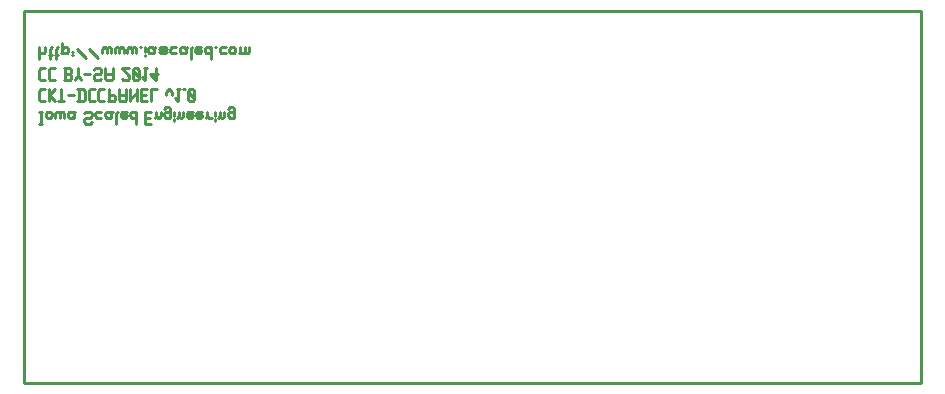
<source format=gbr>
G04 start of page 9 for group -4078 idx -4078 *
G04 Title: (unknown), bottomsilk *
G04 Creator: pcb 20110918 *
G04 CreationDate: Tue 30 Sep 2014 08:46:46 PM GMT UTC *
G04 For: ndholmes *
G04 Format: Gerber/RS-274X *
G04 PCB-Dimensions: 300000 125000 *
G04 PCB-Coordinate-Origin: lower left *
%MOIN*%
%FSLAX25Y25*%
%LNBOTTOMSILK*%
%ADD85C,0.0100*%
G54D85*X500Y500D02*X299500D01*
Y124500D01*
X500D01*
Y500D01*
X5500Y108500D02*Y112500D01*
Y111000D02*X6000Y110500D01*
X7000D01*
X7500Y111000D01*
Y112500D01*
X9200Y108500D02*Y112000D01*
X9700Y112500D01*
X8700Y110000D02*X9700D01*
X11200Y108500D02*Y112000D01*
X11700Y112500D01*
X10700Y110000D02*X11700D01*
X13200Y111000D02*Y114000D01*
X12700Y110500D02*X13200Y111000D01*
X13700Y110500D01*
X14700D01*
X15200Y111000D01*
Y112000D01*
X14700Y112500D02*X15200Y112000D01*
X13700Y112500D02*X14700D01*
X13200Y112000D02*X13700Y112500D01*
X16400Y110000D02*X16900D01*
X16400Y111000D02*X16900D01*
X18100Y112000D02*X21100Y109000D01*
X22300Y112000D02*X25300Y109000D01*
X26500Y110500D02*Y112000D01*
X27000Y112500D01*
X27500D01*
X28000Y112000D01*
Y110500D02*Y112000D01*
X28500Y112500D01*
X29000D01*
X29500Y112000D01*
Y110500D02*Y112000D01*
X30700Y110500D02*Y112000D01*
X31200Y112500D01*
X31700D01*
X32200Y112000D01*
Y110500D02*Y112000D01*
X32700Y112500D01*
X33200D01*
X33700Y112000D01*
Y110500D02*Y112000D01*
X34900Y110500D02*Y112000D01*
X35400Y112500D01*
X35900D01*
X36400Y112000D01*
Y110500D02*Y112000D01*
X36900Y112500D01*
X37400D01*
X37900Y112000D01*
Y110500D02*Y112000D01*
X39100Y112500D02*X39600D01*
X40800Y109500D02*Y110000D01*
Y111000D02*Y112500D01*
X43300Y110500D02*X43800Y111000D01*
X42300Y110500D02*X43300D01*
X41800Y111000D02*X42300Y110500D01*
X41800Y111000D02*Y112000D01*
X42300Y112500D01*
X43800Y110500D02*Y112000D01*
X44300Y112500D01*
X42300D02*X43300D01*
X43800Y112000D01*
X46000Y112500D02*X47500D01*
X48000Y112000D01*
X47500Y111500D02*X48000Y112000D01*
X46000Y111500D02*X47500D01*
X45500Y111000D02*X46000Y111500D01*
X45500Y111000D02*X46000Y110500D01*
X47500D01*
X48000Y111000D01*
X45500Y112000D02*X46000Y112500D01*
X49700Y110500D02*X51200D01*
X49200Y111000D02*X49700Y110500D01*
X49200Y111000D02*Y112000D01*
X49700Y112500D01*
X51200D01*
X53900Y110500D02*X54400Y111000D01*
X52900Y110500D02*X53900D01*
X52400Y111000D02*X52900Y110500D01*
X52400Y111000D02*Y112000D01*
X52900Y112500D01*
X54400Y110500D02*Y112000D01*
X54900Y112500D01*
X52900D02*X53900D01*
X54400Y112000D01*
X56100Y108500D02*Y112000D01*
X56600Y112500D01*
X58100D02*X59600D01*
X57600Y112000D02*X58100Y112500D01*
X57600Y111000D02*Y112000D01*
Y111000D02*X58100Y110500D01*
X59100D01*
X59600Y111000D01*
X57600Y111500D02*X59600D01*
Y111000D02*Y111500D01*
X62800Y108500D02*Y112500D01*
X62300D02*X62800Y112000D01*
X61300Y112500D02*X62300D01*
X60800Y112000D02*X61300Y112500D01*
X60800Y111000D02*Y112000D01*
Y111000D02*X61300Y110500D01*
X62300D01*
X62800Y111000D01*
X64000Y112500D02*X64500D01*
X66200Y110500D02*X67700D01*
X65700Y111000D02*X66200Y110500D01*
X65700Y111000D02*Y112000D01*
X66200Y112500D01*
X67700D01*
X68900Y111000D02*Y112000D01*
Y111000D02*X69400Y110500D01*
X70400D01*
X70900Y111000D01*
Y112000D01*
X70400Y112500D02*X70900Y112000D01*
X69400Y112500D02*X70400D01*
X68900Y112000D02*X69400Y112500D01*
X72600Y111000D02*Y112500D01*
Y111000D02*X73100Y110500D01*
X73600D01*
X74100Y111000D01*
Y112500D01*
Y111000D02*X74600Y110500D01*
X75100D01*
X75600Y111000D01*
Y112500D01*
X72100Y110500D02*X72600Y111000D01*
X5500Y87000D02*X6500D01*
X6000D02*Y91000D01*
X5500D02*X6500D01*
X7700Y89500D02*Y90500D01*
Y89500D02*X8200Y89000D01*
X9200D01*
X9700Y89500D01*
Y90500D01*
X9200Y91000D02*X9700Y90500D01*
X8200Y91000D02*X9200D01*
X7700Y90500D02*X8200Y91000D01*
X10900Y89000D02*Y90500D01*
X11400Y91000D01*
X11900D01*
X12400Y90500D01*
Y89000D02*Y90500D01*
X12900Y91000D01*
X13400D01*
X13900Y90500D01*
Y89000D02*Y90500D01*
X16600Y89000D02*X17100Y89500D01*
X15600Y89000D02*X16600D01*
X15100Y89500D02*X15600Y89000D01*
X15100Y89500D02*Y90500D01*
X15600Y91000D01*
X17100Y89000D02*Y90500D01*
X17600Y91000D01*
X15600D02*X16600D01*
X17100Y90500D01*
X22600Y87000D02*X23100Y87500D01*
X21100Y87000D02*X22600D01*
X20600Y87500D02*X21100Y87000D01*
X20600Y87500D02*Y88500D01*
X21100Y89000D01*
X22600D01*
X23100Y89500D01*
Y90500D01*
X22600Y91000D02*X23100Y90500D01*
X21100Y91000D02*X22600D01*
X20600Y90500D02*X21100Y91000D01*
X24800Y89000D02*X26300D01*
X24300Y89500D02*X24800Y89000D01*
X24300Y89500D02*Y90500D01*
X24800Y91000D01*
X26300D01*
X29000Y89000D02*X29500Y89500D01*
X28000Y89000D02*X29000D01*
X27500Y89500D02*X28000Y89000D01*
X27500Y89500D02*Y90500D01*
X28000Y91000D01*
X29500Y89000D02*Y90500D01*
X30000Y91000D01*
X28000D02*X29000D01*
X29500Y90500D01*
X31200Y87000D02*Y90500D01*
X31700Y91000D01*
X33200D02*X34700D01*
X32700Y90500D02*X33200Y91000D01*
X32700Y89500D02*Y90500D01*
Y89500D02*X33200Y89000D01*
X34200D01*
X34700Y89500D01*
X32700Y90000D02*X34700D01*
Y89500D02*Y90000D01*
X37900Y87000D02*Y91000D01*
X37400D02*X37900Y90500D01*
X36400Y91000D02*X37400D01*
X35900Y90500D02*X36400Y91000D01*
X35900Y89500D02*Y90500D01*
Y89500D02*X36400Y89000D01*
X37400D01*
X37900Y89500D01*
X40900Y89000D02*X42400D01*
X40900Y91000D02*X42900D01*
X40900Y87000D02*Y91000D01*
Y87000D02*X42900D01*
X44600Y89500D02*Y91000D01*
Y89500D02*X45100Y89000D01*
X45600D01*
X46100Y89500D01*
Y91000D01*
X44100Y89000D02*X44600Y89500D01*
X48800Y89000D02*X49300Y89500D01*
X47800Y89000D02*X48800D01*
X47300Y89500D02*X47800Y89000D01*
X47300Y89500D02*Y90500D01*
X47800Y91000D01*
X48800D01*
X49300Y90500D01*
X47300Y92000D02*X47800Y92500D01*
X48800D01*
X49300Y92000D01*
Y89000D02*Y92000D01*
X50500Y88000D02*Y88500D01*
Y89500D02*Y91000D01*
X52000Y89500D02*Y91000D01*
Y89500D02*X52500Y89000D01*
X53000D01*
X53500Y89500D01*
Y91000D01*
X51500Y89000D02*X52000Y89500D01*
X55200Y91000D02*X56700D01*
X54700Y90500D02*X55200Y91000D01*
X54700Y89500D02*Y90500D01*
Y89500D02*X55200Y89000D01*
X56200D01*
X56700Y89500D01*
X54700Y90000D02*X56700D01*
Y89500D02*Y90000D01*
X58400Y91000D02*X59900D01*
X57900Y90500D02*X58400Y91000D01*
X57900Y89500D02*Y90500D01*
Y89500D02*X58400Y89000D01*
X59400D01*
X59900Y89500D01*
X57900Y90000D02*X59900D01*
Y89500D02*Y90000D01*
X61600Y89500D02*Y91000D01*
Y89500D02*X62100Y89000D01*
X63100D01*
X61100D02*X61600Y89500D01*
X64300Y88000D02*Y88500D01*
Y89500D02*Y91000D01*
X65800Y89500D02*Y91000D01*
Y89500D02*X66300Y89000D01*
X66800D01*
X67300Y89500D01*
Y91000D01*
X65300Y89000D02*X65800Y89500D01*
X70000Y89000D02*X70500Y89500D01*
X69000Y89000D02*X70000D01*
X68500Y89500D02*X69000Y89000D01*
X68500Y89500D02*Y90500D01*
X69000Y91000D01*
X70000D01*
X70500Y90500D01*
X68500Y92000D02*X69000Y92500D01*
X70000D01*
X70500Y92000D01*
Y89000D02*Y92000D01*
X6000Y98500D02*X7500D01*
X5500Y98000D02*X6000Y98500D01*
X5500Y95000D02*Y98000D01*
Y95000D02*X6000Y94500D01*
X7500D01*
X8700D02*Y98500D01*
Y96500D02*X10700Y94500D01*
X8700Y96500D02*X10700Y98500D01*
X11900Y94500D02*X13900D01*
X12900D02*Y98500D01*
X15100Y96500D02*X17100D01*
X18800Y94500D02*Y98500D01*
X20300Y94500D02*X20800Y95000D01*
Y98000D01*
X20300Y98500D02*X20800Y98000D01*
X18300Y98500D02*X20300D01*
X18300Y94500D02*X20300D01*
X22500Y98500D02*X24000D01*
X22000Y98000D02*X22500Y98500D01*
X22000Y95000D02*Y98000D01*
Y95000D02*X22500Y94500D01*
X24000D01*
X25700Y98500D02*X27200D01*
X25200Y98000D02*X25700Y98500D01*
X25200Y95000D02*Y98000D01*
Y95000D02*X25700Y94500D01*
X27200D01*
X28900D02*Y98500D01*
X28400Y94500D02*X30400D01*
X30900Y95000D01*
Y96000D01*
X30400Y96500D02*X30900Y96000D01*
X28900Y96500D02*X30400D01*
X32100Y95000D02*Y98500D01*
Y95000D02*X32600Y94500D01*
X34100D01*
X34600Y95000D01*
Y98500D01*
X32100Y96500D02*X34600D01*
X35800Y94500D02*Y98500D01*
Y94500D02*Y95000D01*
X38300Y97500D01*
Y94500D02*Y98500D01*
X39500Y96500D02*X41000D01*
X39500Y98500D02*X41500D01*
X39500Y94500D02*Y98500D01*
Y94500D02*X41500D01*
X42700D02*Y98500D01*
X44700D01*
X47700Y96500D02*Y97500D01*
X48700Y98500D01*
X49700Y97500D01*
Y96500D02*Y97500D01*
X51400Y98500D02*X52400D01*
X51900Y94500D02*Y98500D01*
X50900Y95500D02*X51900Y94500D01*
X53600Y98500D02*X54100D01*
X55300Y98000D02*X55800Y98500D01*
X55300Y95000D02*Y98000D01*
Y95000D02*X55800Y94500D01*
X56800D01*
X57300Y95000D01*
Y98000D01*
X56800Y98500D02*X57300Y98000D01*
X55800Y98500D02*X56800D01*
X55300Y97500D02*X57300Y95500D01*
X6000Y105500D02*X7500D01*
X5500Y105000D02*X6000Y105500D01*
X5500Y102000D02*Y105000D01*
Y102000D02*X6000Y101500D01*
X7500D01*
X9200Y105500D02*X10700D01*
X8700Y105000D02*X9200Y105500D01*
X8700Y102000D02*Y105000D01*
Y102000D02*X9200Y101500D01*
X10700D01*
X13700Y105500D02*X15700D01*
X16200Y105000D01*
Y104000D02*Y105000D01*
X15700Y103500D02*X16200Y104000D01*
X14200Y103500D02*X15700D01*
X14200Y101500D02*Y105500D01*
X13700Y101500D02*X15700D01*
X16200Y102000D01*
Y103000D01*
X15700Y103500D02*X16200Y103000D01*
X17400Y101500D02*Y102000D01*
X18400Y103000D01*
X19400Y102000D01*
Y101500D02*Y102000D01*
X18400Y103000D02*Y105500D01*
X20600Y103500D02*X22600D01*
X25800Y101500D02*X26300Y102000D01*
X24300Y101500D02*X25800D01*
X23800Y102000D02*X24300Y101500D01*
X23800Y102000D02*Y103000D01*
X24300Y103500D01*
X25800D01*
X26300Y104000D01*
Y105000D01*
X25800Y105500D02*X26300Y105000D01*
X24300Y105500D02*X25800D01*
X23800Y105000D02*X24300Y105500D01*
X27500Y102000D02*Y105500D01*
Y102000D02*X28000Y101500D01*
X29500D01*
X30000Y102000D01*
Y105500D01*
X27500Y103500D02*X30000D01*
X33000Y102000D02*X33500Y101500D01*
X35000D01*
X35500Y102000D01*
Y103000D01*
X33000Y105500D02*X35500Y103000D01*
X33000Y105500D02*X35500D01*
X36700Y105000D02*X37200Y105500D01*
X36700Y102000D02*Y105000D01*
Y102000D02*X37200Y101500D01*
X38200D01*
X38700Y102000D01*
Y105000D01*
X38200Y105500D02*X38700Y105000D01*
X37200Y105500D02*X38200D01*
X36700Y104500D02*X38700Y102500D01*
X40400Y105500D02*X41400D01*
X40900Y101500D02*Y105500D01*
X39900Y102500D02*X40900Y101500D01*
X42600Y103500D02*X44600Y101500D01*
X42600Y103500D02*X45100D01*
X44600Y101500D02*Y105500D01*
M02*

</source>
